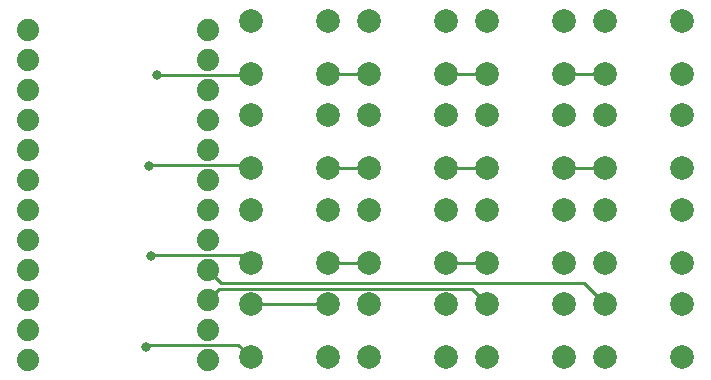
<source format=gbr>
G04 #@! TF.GenerationSoftware,KiCad,Pcbnew,(5.1.6)-1*
G04 #@! TF.CreationDate,2021-02-20T14:11:22-05:00*
G04 #@! TF.ProjectId,MacroKeyboard2,4d616372-6f4b-4657-9962-6f617264322e,rev?*
G04 #@! TF.SameCoordinates,Original*
G04 #@! TF.FileFunction,Copper,L2,Bot*
G04 #@! TF.FilePolarity,Positive*
%FSLAX46Y46*%
G04 Gerber Fmt 4.6, Leading zero omitted, Abs format (unit mm)*
G04 Created by KiCad (PCBNEW (5.1.6)-1) date 2021-02-20 14:11:22*
%MOMM*%
%LPD*%
G01*
G04 APERTURE LIST*
G04 #@! TA.AperFunction,ComponentPad*
%ADD10C,1.879600*%
G04 #@! TD*
G04 #@! TA.AperFunction,ComponentPad*
%ADD11C,2.000000*%
G04 #@! TD*
G04 #@! TA.AperFunction,ViaPad*
%ADD12C,0.800000*%
G04 #@! TD*
G04 #@! TA.AperFunction,Conductor*
%ADD13C,0.250000*%
G04 #@! TD*
G04 APERTURE END LIST*
D10*
G04 #@! TO.P,B1,1*
G04 #@! TO.N,Net-(B1-Pad1)*
X81127600Y-32766000D03*
G04 #@! TO.P,B1,2*
G04 #@! TO.N,Net-(B1-Pad2)*
X81127600Y-35306000D03*
G04 #@! TO.P,B1,3*
G04 #@! TO.N,Net-(B1-Pad3)*
X81127600Y-37846000D03*
G04 #@! TO.P,B1,4*
G04 #@! TO.N,Net-(B1-Pad4)*
X81127600Y-40386000D03*
G04 #@! TO.P,B1,5*
G04 #@! TO.N,Net-(B1-Pad5)*
X81127600Y-42926000D03*
G04 #@! TO.P,B1,6*
G04 #@! TO.N,Net-(B1-Pad6)*
X81127600Y-45466000D03*
G04 #@! TO.P,B1,7*
G04 #@! TO.N,Net-(B1-Pad7)*
X81127600Y-48006000D03*
G04 #@! TO.P,B1,8*
G04 #@! TO.N,Net-(B1-Pad8)*
X81127600Y-50546000D03*
G04 #@! TO.P,B1,9*
G04 #@! TO.N,Net-(B1-Pad9)*
X81127600Y-53086000D03*
G04 #@! TO.P,B1,10*
G04 #@! TO.N,Net-(B1-Pad10)*
X81127600Y-55626000D03*
G04 #@! TO.P,B1,11*
G04 #@! TO.N,Net-(B1-Pad11)*
X81127600Y-58166000D03*
G04 #@! TO.P,B1,12*
G04 #@! TO.N,Net-(B1-Pad12)*
X81127600Y-60706000D03*
G04 #@! TO.P,B1,13*
G04 #@! TO.N,Net-(B1-Pad13)*
X96367600Y-60706000D03*
G04 #@! TO.P,B1,14*
G04 #@! TO.N,Net-(B1-Pad14)*
X96367600Y-58166000D03*
G04 #@! TO.P,B1,15*
G04 #@! TO.N,Net-(B1-Pad15)*
X96367600Y-55626000D03*
G04 #@! TO.P,B1,16*
G04 #@! TO.N,Net-(B1-Pad16)*
X96367600Y-53086000D03*
G04 #@! TO.P,B1,17*
G04 #@! TO.N,Net-(B1-Pad17)*
X96367600Y-50546000D03*
G04 #@! TO.P,B1,18*
G04 #@! TO.N,Net-(B1-Pad18)*
X96367600Y-48006000D03*
G04 #@! TO.P,B1,19*
G04 #@! TO.N,Net-(B1-Pad19)*
X96367600Y-45466000D03*
G04 #@! TO.P,B1,20*
G04 #@! TO.N,Net-(B1-Pad20)*
X96367600Y-42926000D03*
G04 #@! TO.P,B1,21*
G04 #@! TO.N,Net-(B1-Pad21)*
X96367600Y-40386000D03*
G04 #@! TO.P,B1,22*
G04 #@! TO.N,Net-(B1-Pad22)*
X96367600Y-37846000D03*
G04 #@! TO.P,B1,23*
G04 #@! TO.N,Net-(B1-Pad23)*
X96367600Y-35306000D03*
G04 #@! TO.P,B1,24*
G04 #@! TO.N,Net-(B1-Pad24)*
X96367600Y-32766000D03*
G04 #@! TD*
D11*
G04 #@! TO.P,SW1,1*
G04 #@! TO.N,Net-(B1-Pad13)*
X106500000Y-32000000D03*
G04 #@! TO.P,SW1,2*
G04 #@! TO.N,Net-(B1-Pad5)*
X106500000Y-36500000D03*
G04 #@! TO.P,SW1,1*
G04 #@! TO.N,Net-(B1-Pad13)*
X100000000Y-32000000D03*
G04 #@! TO.P,SW1,2*
G04 #@! TO.N,Net-(B1-Pad5)*
X100000000Y-36500000D03*
G04 #@! TD*
G04 #@! TO.P,SW2,2*
G04 #@! TO.N,Net-(B1-Pad5)*
X110000000Y-36500000D03*
G04 #@! TO.P,SW2,1*
G04 #@! TO.N,Net-(B1-Pad14)*
X110000000Y-32000000D03*
G04 #@! TO.P,SW2,2*
G04 #@! TO.N,Net-(B1-Pad5)*
X116500000Y-36500000D03*
G04 #@! TO.P,SW2,1*
G04 #@! TO.N,Net-(B1-Pad14)*
X116500000Y-32000000D03*
G04 #@! TD*
G04 #@! TO.P,SW3,2*
G04 #@! TO.N,Net-(B1-Pad5)*
X120000000Y-36500000D03*
G04 #@! TO.P,SW3,1*
G04 #@! TO.N,Net-(B1-Pad15)*
X120000000Y-32000000D03*
G04 #@! TO.P,SW3,2*
G04 #@! TO.N,Net-(B1-Pad5)*
X126500000Y-36500000D03*
G04 #@! TO.P,SW3,1*
G04 #@! TO.N,Net-(B1-Pad15)*
X126500000Y-32000000D03*
G04 #@! TD*
G04 #@! TO.P,SW4,2*
G04 #@! TO.N,Net-(B1-Pad5)*
X130000000Y-36500000D03*
G04 #@! TO.P,SW4,1*
G04 #@! TO.N,Net-(B1-Pad16)*
X130000000Y-32000000D03*
G04 #@! TO.P,SW4,2*
G04 #@! TO.N,Net-(B1-Pad5)*
X136500000Y-36500000D03*
G04 #@! TO.P,SW4,1*
G04 #@! TO.N,Net-(B1-Pad16)*
X136500000Y-32000000D03*
G04 #@! TD*
G04 #@! TO.P,SW5,2*
G04 #@! TO.N,Net-(B1-Pad6)*
X100000000Y-44500000D03*
G04 #@! TO.P,SW5,1*
G04 #@! TO.N,Net-(B1-Pad13)*
X100000000Y-40000000D03*
G04 #@! TO.P,SW5,2*
G04 #@! TO.N,Net-(B1-Pad6)*
X106500000Y-44500000D03*
G04 #@! TO.P,SW5,1*
G04 #@! TO.N,Net-(B1-Pad13)*
X106500000Y-40000000D03*
G04 #@! TD*
G04 #@! TO.P,SW6,1*
G04 #@! TO.N,Net-(B1-Pad14)*
X116500000Y-40000000D03*
G04 #@! TO.P,SW6,2*
G04 #@! TO.N,Net-(B1-Pad6)*
X116500000Y-44500000D03*
G04 #@! TO.P,SW6,1*
G04 #@! TO.N,Net-(B1-Pad14)*
X110000000Y-40000000D03*
G04 #@! TO.P,SW6,2*
G04 #@! TO.N,Net-(B1-Pad6)*
X110000000Y-44500000D03*
G04 #@! TD*
G04 #@! TO.P,SW7,1*
G04 #@! TO.N,Net-(B1-Pad15)*
X126500000Y-40000000D03*
G04 #@! TO.P,SW7,2*
G04 #@! TO.N,Net-(B1-Pad6)*
X126500000Y-44500000D03*
G04 #@! TO.P,SW7,1*
G04 #@! TO.N,Net-(B1-Pad15)*
X120000000Y-40000000D03*
G04 #@! TO.P,SW7,2*
G04 #@! TO.N,Net-(B1-Pad6)*
X120000000Y-44500000D03*
G04 #@! TD*
G04 #@! TO.P,SW8,1*
G04 #@! TO.N,Net-(B1-Pad16)*
X136500000Y-40000000D03*
G04 #@! TO.P,SW8,2*
G04 #@! TO.N,Net-(B1-Pad6)*
X136500000Y-44500000D03*
G04 #@! TO.P,SW8,1*
G04 #@! TO.N,Net-(B1-Pad16)*
X130000000Y-40000000D03*
G04 #@! TO.P,SW8,2*
G04 #@! TO.N,Net-(B1-Pad6)*
X130000000Y-44500000D03*
G04 #@! TD*
G04 #@! TO.P,SW9,1*
G04 #@! TO.N,Net-(B1-Pad13)*
X106500000Y-48000000D03*
G04 #@! TO.P,SW9,2*
G04 #@! TO.N,Net-(B1-Pad7)*
X106500000Y-52500000D03*
G04 #@! TO.P,SW9,1*
G04 #@! TO.N,Net-(B1-Pad13)*
X100000000Y-48000000D03*
G04 #@! TO.P,SW9,2*
G04 #@! TO.N,Net-(B1-Pad7)*
X100000000Y-52500000D03*
G04 #@! TD*
G04 #@! TO.P,SW10,2*
G04 #@! TO.N,Net-(B1-Pad7)*
X110000000Y-52500000D03*
G04 #@! TO.P,SW10,1*
G04 #@! TO.N,Net-(B1-Pad14)*
X110000000Y-48000000D03*
G04 #@! TO.P,SW10,2*
G04 #@! TO.N,Net-(B1-Pad7)*
X116500000Y-52500000D03*
G04 #@! TO.P,SW10,1*
G04 #@! TO.N,Net-(B1-Pad14)*
X116500000Y-48000000D03*
G04 #@! TD*
G04 #@! TO.P,SW11,1*
G04 #@! TO.N,Net-(B1-Pad15)*
X126500000Y-48000000D03*
G04 #@! TO.P,SW11,2*
G04 #@! TO.N,Net-(B1-Pad7)*
X126500000Y-52500000D03*
G04 #@! TO.P,SW11,1*
G04 #@! TO.N,Net-(B1-Pad15)*
X120000000Y-48000000D03*
G04 #@! TO.P,SW11,2*
G04 #@! TO.N,Net-(B1-Pad7)*
X120000000Y-52500000D03*
G04 #@! TD*
G04 #@! TO.P,SW12,2*
G04 #@! TO.N,Net-(B1-Pad7)*
X130000000Y-52500000D03*
G04 #@! TO.P,SW12,1*
G04 #@! TO.N,Net-(B1-Pad16)*
X130000000Y-48000000D03*
G04 #@! TO.P,SW12,2*
G04 #@! TO.N,Net-(B1-Pad7)*
X136500000Y-52500000D03*
G04 #@! TO.P,SW12,1*
G04 #@! TO.N,Net-(B1-Pad16)*
X136500000Y-48000000D03*
G04 #@! TD*
G04 #@! TO.P,SW13,2*
G04 #@! TO.N,Net-(B1-Pad8)*
X100000000Y-60500000D03*
G04 #@! TO.P,SW13,1*
G04 #@! TO.N,Net-(B1-Pad13)*
X100000000Y-56000000D03*
G04 #@! TO.P,SW13,2*
G04 #@! TO.N,Net-(B1-Pad8)*
X106500000Y-60500000D03*
G04 #@! TO.P,SW13,1*
G04 #@! TO.N,Net-(B1-Pad13)*
X106500000Y-56000000D03*
G04 #@! TD*
G04 #@! TO.P,SW14,1*
G04 #@! TO.N,Net-(B1-Pad14)*
X116500000Y-56000000D03*
G04 #@! TO.P,SW14,2*
G04 #@! TO.N,Net-(B1-Pad8)*
X116500000Y-60500000D03*
G04 #@! TO.P,SW14,1*
G04 #@! TO.N,Net-(B1-Pad14)*
X110000000Y-56000000D03*
G04 #@! TO.P,SW14,2*
G04 #@! TO.N,Net-(B1-Pad8)*
X110000000Y-60500000D03*
G04 #@! TD*
G04 #@! TO.P,SW15,2*
G04 #@! TO.N,Net-(B1-Pad8)*
X120000000Y-60500000D03*
G04 #@! TO.P,SW15,1*
G04 #@! TO.N,Net-(B1-Pad15)*
X120000000Y-56000000D03*
G04 #@! TO.P,SW15,2*
G04 #@! TO.N,Net-(B1-Pad8)*
X126500000Y-60500000D03*
G04 #@! TO.P,SW15,1*
G04 #@! TO.N,Net-(B1-Pad15)*
X126500000Y-56000000D03*
G04 #@! TD*
G04 #@! TO.P,SW16,1*
G04 #@! TO.N,Net-(B1-Pad16)*
X136500000Y-56000000D03*
G04 #@! TO.P,SW16,2*
G04 #@! TO.N,Net-(B1-Pad8)*
X136500000Y-60500000D03*
G04 #@! TO.P,SW16,1*
G04 #@! TO.N,Net-(B1-Pad16)*
X130000000Y-56000000D03*
G04 #@! TO.P,SW16,2*
G04 #@! TO.N,Net-(B1-Pad8)*
X130000000Y-60500000D03*
G04 #@! TD*
D12*
G04 #@! TO.N,Net-(B1-Pad5)*
X92049600Y-36626800D03*
G04 #@! TO.N,Net-(B1-Pad6)*
X91389200Y-44297600D03*
G04 #@! TO.N,Net-(B1-Pad7)*
X91541600Y-51917600D03*
G04 #@! TO.N,Net-(B1-Pad8)*
X91135200Y-59639200D03*
G04 #@! TD*
D13*
G04 #@! TO.N,Net-(B1-Pad5)*
X106500000Y-36500000D02*
X110000000Y-36500000D01*
X116500000Y-36500000D02*
X120000000Y-36500000D01*
X126500000Y-36500000D02*
X130000000Y-36500000D01*
X92105599Y-36570801D02*
X92049600Y-36626800D01*
X100000000Y-36500000D02*
X99929199Y-36570801D01*
X99929199Y-36570801D02*
X92105599Y-36570801D01*
G04 #@! TO.N,Net-(B1-Pad6)*
X91495999Y-44190801D02*
X91389200Y-44297600D01*
X100000000Y-44500000D02*
X100309199Y-44190801D01*
X100309199Y-44190801D02*
X91495999Y-44190801D01*
X130000000Y-44500000D02*
X126500000Y-44500000D01*
X120000000Y-44500000D02*
X116500000Y-44500000D01*
X110000000Y-44500000D02*
X106500000Y-44500000D01*
G04 #@! TO.N,Net-(B1-Pad7)*
X100000000Y-52500000D02*
X100689199Y-51810801D01*
X91648399Y-51810801D02*
X91541600Y-51917600D01*
X100689199Y-51810801D02*
X91648399Y-51810801D01*
X110000000Y-52500000D02*
X106500000Y-52500000D01*
X120000000Y-52500000D02*
X116500000Y-52500000D01*
G04 #@! TO.N,Net-(B1-Pad8)*
X100000000Y-60500000D02*
X98941199Y-59441199D01*
X91333201Y-59441199D02*
X91135200Y-59639200D01*
X98941199Y-59441199D02*
X91333201Y-59441199D01*
G04 #@! TO.N,Net-(B1-Pad13)*
X100000000Y-56000000D02*
X106500000Y-56000000D01*
G04 #@! TO.N,Net-(B1-Pad15)*
X118674999Y-54674999D02*
X97318601Y-54674999D01*
X97318601Y-54674999D02*
X96367600Y-55626000D01*
X120000000Y-56000000D02*
X118674999Y-54674999D01*
G04 #@! TO.N,Net-(B1-Pad16)*
X97506589Y-54224989D02*
X96367600Y-53086000D01*
X128224989Y-54224989D02*
X97506589Y-54224989D01*
X130000000Y-56000000D02*
X128224989Y-54224989D01*
G04 #@! TD*
M02*

</source>
